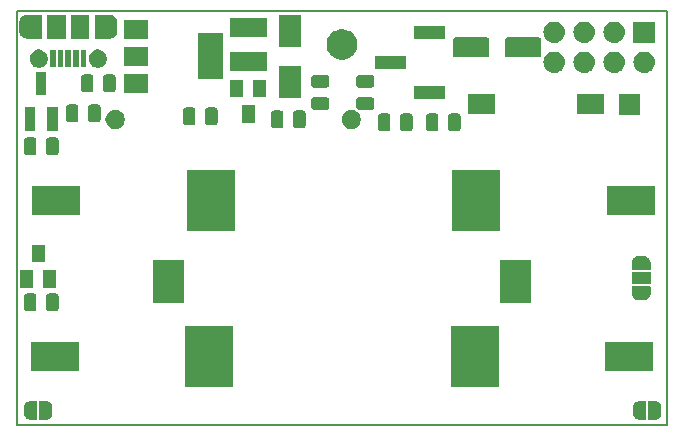
<source format=gbr>
%TF.GenerationSoftware,KiCad,Pcbnew,5.0.2-bee76a0~70~ubuntu18.04.1*%
%TF.CreationDate,2019-10-11T12:06:12+02:00*%
%TF.ProjectId,Mini-BT-Pcb-328P,4d696e69-2d42-4542-9d50-63622d333238,rev?*%
%TF.SameCoordinates,Original*%
%TF.FileFunction,Soldermask,Bot*%
%TF.FilePolarity,Negative*%
%FSLAX46Y46*%
G04 Gerber Fmt 4.6, Leading zero omitted, Abs format (unit mm)*
G04 Created by KiCad (PCBNEW 5.0.2-bee76a0~70~ubuntu18.04.1) date ven 11 ott 2019 12:06:12 CEST*
%MOMM*%
%LPD*%
G01*
G04 APERTURE LIST*
%ADD10C,0.150000*%
G04 APERTURE END LIST*
D10*
X132080000Y-108406000D02*
X132080000Y-73406000D01*
X187080000Y-108406000D02*
X132080000Y-108406000D01*
X187080000Y-73406000D02*
X187080000Y-108406000D01*
X132080000Y-73406000D02*
X187080000Y-73406000D01*
G36*
X134520798Y-106390023D02*
X134524141Y-106390688D01*
X134529045Y-106390929D01*
X134554556Y-106390929D01*
X134569072Y-106392358D01*
X134660383Y-106410521D01*
X134674346Y-106414757D01*
X134760363Y-106450386D01*
X134773231Y-106457264D01*
X134850645Y-106508990D01*
X134861921Y-106518245D01*
X134927755Y-106584079D01*
X134937010Y-106595355D01*
X134988736Y-106672769D01*
X134995614Y-106685637D01*
X135031243Y-106771654D01*
X135035479Y-106785617D01*
X135053642Y-106876928D01*
X135055071Y-106891444D01*
X135055071Y-106916955D01*
X135056032Y-106926710D01*
X135056187Y-106927327D01*
X135057479Y-106940453D01*
X135057479Y-107435547D01*
X135055977Y-107450798D01*
X135055312Y-107454141D01*
X135055071Y-107459045D01*
X135055071Y-107484556D01*
X135053642Y-107499072D01*
X135035479Y-107590383D01*
X135031243Y-107604346D01*
X134995614Y-107690363D01*
X134988736Y-107703231D01*
X134937010Y-107780645D01*
X134927755Y-107791921D01*
X134861921Y-107857755D01*
X134850645Y-107867010D01*
X134773231Y-107918736D01*
X134760363Y-107925614D01*
X134674346Y-107961243D01*
X134660383Y-107965479D01*
X134569072Y-107983642D01*
X134554556Y-107985071D01*
X134529045Y-107985071D01*
X134519290Y-107986032D01*
X134518673Y-107986187D01*
X134505547Y-107987479D01*
X134010453Y-107987479D01*
X133998395Y-107986292D01*
X133989158Y-107983490D01*
X133980644Y-107978939D01*
X133973184Y-107972816D01*
X133967061Y-107965356D01*
X133962510Y-107956842D01*
X133959708Y-107947605D01*
X133958521Y-107935547D01*
X133958521Y-106440453D01*
X133959708Y-106428395D01*
X133962510Y-106419158D01*
X133967061Y-106410644D01*
X133973184Y-106403184D01*
X133980644Y-106397061D01*
X133989158Y-106392510D01*
X133998395Y-106389708D01*
X134010453Y-106388521D01*
X134505547Y-106388521D01*
X134520798Y-106390023D01*
X134520798Y-106390023D01*
G37*
G36*
X185279605Y-106389708D02*
X185288842Y-106392510D01*
X185297356Y-106397061D01*
X185304816Y-106403184D01*
X185310939Y-106410644D01*
X185315490Y-106419158D01*
X185318292Y-106428395D01*
X185319479Y-106440453D01*
X185319479Y-107935547D01*
X185318292Y-107947605D01*
X185315490Y-107956842D01*
X185310939Y-107965356D01*
X185304816Y-107972816D01*
X185297356Y-107978939D01*
X185288842Y-107983490D01*
X185279605Y-107986292D01*
X185267547Y-107987479D01*
X184772453Y-107987479D01*
X184757202Y-107985977D01*
X184753859Y-107985312D01*
X184748955Y-107985071D01*
X184723444Y-107985071D01*
X184708928Y-107983642D01*
X184617617Y-107965479D01*
X184603654Y-107961243D01*
X184517637Y-107925614D01*
X184504769Y-107918736D01*
X184427355Y-107867010D01*
X184416079Y-107857755D01*
X184350245Y-107791921D01*
X184340990Y-107780645D01*
X184289264Y-107703231D01*
X184282386Y-107690363D01*
X184246757Y-107604346D01*
X184242521Y-107590383D01*
X184224358Y-107499072D01*
X184222929Y-107484556D01*
X184222929Y-107459045D01*
X184221968Y-107449290D01*
X184221813Y-107448673D01*
X184220521Y-107435547D01*
X184220521Y-106940453D01*
X184222023Y-106925202D01*
X184222688Y-106921859D01*
X184222929Y-106916955D01*
X184222929Y-106891444D01*
X184224358Y-106876928D01*
X184242521Y-106785617D01*
X184246757Y-106771654D01*
X184282386Y-106685637D01*
X184289264Y-106672769D01*
X184340990Y-106595355D01*
X184350245Y-106584079D01*
X184416079Y-106518245D01*
X184427355Y-106508990D01*
X184504769Y-106457264D01*
X184517637Y-106450386D01*
X184603654Y-106414757D01*
X184617617Y-106410521D01*
X184708928Y-106392358D01*
X184723444Y-106390929D01*
X184748955Y-106390929D01*
X184758710Y-106389968D01*
X184759327Y-106389813D01*
X184772453Y-106388521D01*
X185267547Y-106388521D01*
X185279605Y-106389708D01*
X185279605Y-106389708D01*
G37*
G36*
X186082798Y-106390023D02*
X186086141Y-106390688D01*
X186091045Y-106390929D01*
X186116556Y-106390929D01*
X186131072Y-106392358D01*
X186222383Y-106410521D01*
X186236346Y-106414757D01*
X186322363Y-106450386D01*
X186335231Y-106457264D01*
X186412645Y-106508990D01*
X186423921Y-106518245D01*
X186489755Y-106584079D01*
X186499010Y-106595355D01*
X186550736Y-106672769D01*
X186557614Y-106685637D01*
X186593243Y-106771654D01*
X186597479Y-106785617D01*
X186615642Y-106876928D01*
X186617071Y-106891444D01*
X186617071Y-106916955D01*
X186618032Y-106926710D01*
X186618187Y-106927327D01*
X186619479Y-106940453D01*
X186619479Y-107435547D01*
X186617977Y-107450798D01*
X186617312Y-107454141D01*
X186617071Y-107459045D01*
X186617071Y-107484556D01*
X186615642Y-107499072D01*
X186597479Y-107590383D01*
X186593243Y-107604346D01*
X186557614Y-107690363D01*
X186550736Y-107703231D01*
X186499010Y-107780645D01*
X186489755Y-107791921D01*
X186423921Y-107857755D01*
X186412645Y-107867010D01*
X186335231Y-107918736D01*
X186322363Y-107925614D01*
X186236346Y-107961243D01*
X186222383Y-107965479D01*
X186131072Y-107983642D01*
X186116556Y-107985071D01*
X186091045Y-107985071D01*
X186081290Y-107986032D01*
X186080673Y-107986187D01*
X186067547Y-107987479D01*
X185572453Y-107987479D01*
X185560395Y-107986292D01*
X185551158Y-107983490D01*
X185542644Y-107978939D01*
X185535184Y-107972816D01*
X185529061Y-107965356D01*
X185524510Y-107956842D01*
X185521708Y-107947605D01*
X185520521Y-107935547D01*
X185520521Y-106440453D01*
X185521708Y-106428395D01*
X185524510Y-106419158D01*
X185529061Y-106410644D01*
X185535184Y-106403184D01*
X185542644Y-106397061D01*
X185551158Y-106392510D01*
X185560395Y-106389708D01*
X185572453Y-106388521D01*
X186067547Y-106388521D01*
X186082798Y-106390023D01*
X186082798Y-106390023D01*
G37*
G36*
X133717605Y-106389708D02*
X133726842Y-106392510D01*
X133735356Y-106397061D01*
X133742816Y-106403184D01*
X133748939Y-106410644D01*
X133753490Y-106419158D01*
X133756292Y-106428395D01*
X133757479Y-106440453D01*
X133757479Y-107935547D01*
X133756292Y-107947605D01*
X133753490Y-107956842D01*
X133748939Y-107965356D01*
X133742816Y-107972816D01*
X133735356Y-107978939D01*
X133726842Y-107983490D01*
X133717605Y-107986292D01*
X133705547Y-107987479D01*
X133210453Y-107987479D01*
X133195202Y-107985977D01*
X133191859Y-107985312D01*
X133186955Y-107985071D01*
X133161444Y-107985071D01*
X133146928Y-107983642D01*
X133055617Y-107965479D01*
X133041654Y-107961243D01*
X132955637Y-107925614D01*
X132942769Y-107918736D01*
X132865355Y-107867010D01*
X132854079Y-107857755D01*
X132788245Y-107791921D01*
X132778990Y-107780645D01*
X132727264Y-107703231D01*
X132720386Y-107690363D01*
X132684757Y-107604346D01*
X132680521Y-107590383D01*
X132662358Y-107499072D01*
X132660929Y-107484556D01*
X132660929Y-107459045D01*
X132659968Y-107449290D01*
X132659813Y-107448673D01*
X132658521Y-107435547D01*
X132658521Y-106940453D01*
X132660023Y-106925202D01*
X132660688Y-106921859D01*
X132660929Y-106916955D01*
X132660929Y-106891444D01*
X132662358Y-106876928D01*
X132680521Y-106785617D01*
X132684757Y-106771654D01*
X132720386Y-106685637D01*
X132727264Y-106672769D01*
X132778990Y-106595355D01*
X132788245Y-106584079D01*
X132854079Y-106518245D01*
X132865355Y-106508990D01*
X132942769Y-106457264D01*
X132955637Y-106450386D01*
X133041654Y-106414757D01*
X133055617Y-106410521D01*
X133146928Y-106392358D01*
X133161444Y-106390929D01*
X133186955Y-106390929D01*
X133196710Y-106389968D01*
X133197327Y-106389813D01*
X133210453Y-106388521D01*
X133705547Y-106388521D01*
X133717605Y-106389708D01*
X133717605Y-106389708D01*
G37*
G36*
X150364500Y-105205000D02*
X146306500Y-105205000D01*
X146306500Y-100027000D01*
X150364500Y-100027000D01*
X150364500Y-105205000D01*
X150364500Y-105205000D01*
G37*
G36*
X172845000Y-105205000D02*
X168787000Y-105205000D01*
X168787000Y-100027000D01*
X172845000Y-100027000D01*
X172845000Y-105205000D01*
X172845000Y-105205000D01*
G37*
G36*
X185925000Y-103835000D02*
X181867000Y-103835000D01*
X181867000Y-101397000D01*
X185925000Y-101397000D01*
X185925000Y-103835000D01*
X185925000Y-103835000D01*
G37*
G36*
X137284500Y-103835000D02*
X133226500Y-103835000D01*
X133226500Y-101397000D01*
X137284500Y-101397000D01*
X137284500Y-103835000D01*
X137284500Y-103835000D01*
G37*
G36*
X133515158Y-97299911D02*
X133560745Y-97313739D01*
X133602758Y-97336197D01*
X133639583Y-97366417D01*
X133669803Y-97403242D01*
X133692261Y-97445255D01*
X133706089Y-97490842D01*
X133711000Y-97540704D01*
X133711000Y-98547296D01*
X133706089Y-98597158D01*
X133692261Y-98642745D01*
X133669803Y-98684758D01*
X133639583Y-98721583D01*
X133602758Y-98751803D01*
X133560745Y-98774261D01*
X133515158Y-98788089D01*
X133465296Y-98793000D01*
X132883704Y-98793000D01*
X132833842Y-98788089D01*
X132788255Y-98774261D01*
X132746242Y-98751803D01*
X132709417Y-98721583D01*
X132679197Y-98684758D01*
X132656739Y-98642745D01*
X132642911Y-98597158D01*
X132638000Y-98547296D01*
X132638000Y-97540704D01*
X132642911Y-97490842D01*
X132656739Y-97445255D01*
X132679197Y-97403242D01*
X132709417Y-97366417D01*
X132746242Y-97336197D01*
X132788255Y-97313739D01*
X132833842Y-97299911D01*
X132883704Y-97295000D01*
X133465296Y-97295000D01*
X133515158Y-97299911D01*
X133515158Y-97299911D01*
G37*
G36*
X135390158Y-97299911D02*
X135435745Y-97313739D01*
X135477758Y-97336197D01*
X135514583Y-97366417D01*
X135544803Y-97403242D01*
X135567261Y-97445255D01*
X135581089Y-97490842D01*
X135586000Y-97540704D01*
X135586000Y-98547296D01*
X135581089Y-98597158D01*
X135567261Y-98642745D01*
X135544803Y-98684758D01*
X135514583Y-98721583D01*
X135477758Y-98751803D01*
X135435745Y-98774261D01*
X135390158Y-98788089D01*
X135340296Y-98793000D01*
X134758704Y-98793000D01*
X134708842Y-98788089D01*
X134663255Y-98774261D01*
X134621242Y-98751803D01*
X134584417Y-98721583D01*
X134554197Y-98684758D01*
X134531739Y-98642745D01*
X134517911Y-98597158D01*
X134513000Y-98547296D01*
X134513000Y-97540704D01*
X134517911Y-97490842D01*
X134531739Y-97445255D01*
X134554197Y-97403242D01*
X134584417Y-97366417D01*
X134621242Y-97336197D01*
X134663255Y-97313739D01*
X134708842Y-97299911D01*
X134758704Y-97295000D01*
X135340296Y-97295000D01*
X135390158Y-97299911D01*
X135390158Y-97299911D01*
G37*
G36*
X175579000Y-98070000D02*
X172941000Y-98070000D01*
X172941000Y-94462000D01*
X175579000Y-94462000D01*
X175579000Y-98070000D01*
X175579000Y-98070000D01*
G37*
G36*
X146219000Y-98070000D02*
X143581000Y-98070000D01*
X143581000Y-94462000D01*
X146219000Y-94462000D01*
X146219000Y-98070000D01*
X146219000Y-98070000D01*
G37*
G36*
X185671605Y-96683708D02*
X185680842Y-96686510D01*
X185689356Y-96691061D01*
X185696816Y-96697184D01*
X185702939Y-96704644D01*
X185707490Y-96713158D01*
X185710292Y-96722395D01*
X185711479Y-96734453D01*
X185711479Y-97279547D01*
X185709977Y-97294798D01*
X185709312Y-97298141D01*
X185709071Y-97303045D01*
X185709071Y-97328556D01*
X185707642Y-97343072D01*
X185689479Y-97434383D01*
X185685243Y-97448346D01*
X185649614Y-97534363D01*
X185642736Y-97547231D01*
X185591010Y-97624645D01*
X185581755Y-97635921D01*
X185515921Y-97701755D01*
X185504645Y-97711010D01*
X185427231Y-97762736D01*
X185414363Y-97769614D01*
X185328346Y-97805243D01*
X185314383Y-97809479D01*
X185223072Y-97827642D01*
X185208556Y-97829071D01*
X185183045Y-97829071D01*
X185173290Y-97830032D01*
X185172673Y-97830187D01*
X185159547Y-97831479D01*
X184664453Y-97831479D01*
X184649202Y-97829977D01*
X184645859Y-97829312D01*
X184640955Y-97829071D01*
X184615444Y-97829071D01*
X184600928Y-97827642D01*
X184509617Y-97809479D01*
X184495654Y-97805243D01*
X184409637Y-97769614D01*
X184396769Y-97762736D01*
X184319355Y-97711010D01*
X184308079Y-97701755D01*
X184242245Y-97635921D01*
X184232990Y-97624645D01*
X184181264Y-97547231D01*
X184174386Y-97534363D01*
X184138757Y-97448346D01*
X184134521Y-97434383D01*
X184116358Y-97343072D01*
X184114929Y-97328556D01*
X184114929Y-97303045D01*
X184113968Y-97293290D01*
X184113813Y-97292673D01*
X184112521Y-97279547D01*
X184112521Y-96734453D01*
X184113708Y-96722395D01*
X184116510Y-96713158D01*
X184121061Y-96704644D01*
X184127184Y-96697184D01*
X184134644Y-96691061D01*
X184143158Y-96686510D01*
X184152395Y-96683708D01*
X184164453Y-96682521D01*
X185659547Y-96682521D01*
X185671605Y-96683708D01*
X185671605Y-96683708D01*
G37*
G36*
X135357000Y-96845000D02*
X134259000Y-96845000D01*
X134259000Y-95347000D01*
X135357000Y-95347000D01*
X135357000Y-96845000D01*
X135357000Y-96845000D01*
G37*
G36*
X133457000Y-96845000D02*
X132359000Y-96845000D01*
X132359000Y-95347000D01*
X133457000Y-95347000D01*
X133457000Y-96845000D01*
X133457000Y-96845000D01*
G37*
G36*
X185711000Y-96531000D02*
X184113000Y-96531000D01*
X184113000Y-95433000D01*
X185711000Y-95433000D01*
X185711000Y-96531000D01*
X185711000Y-96531000D01*
G37*
G36*
X185174798Y-94134023D02*
X185178141Y-94134688D01*
X185183045Y-94134929D01*
X185208556Y-94134929D01*
X185223072Y-94136358D01*
X185314383Y-94154521D01*
X185328346Y-94158757D01*
X185414363Y-94194386D01*
X185427231Y-94201264D01*
X185504645Y-94252990D01*
X185515921Y-94262245D01*
X185581755Y-94328079D01*
X185591010Y-94339355D01*
X185642736Y-94416769D01*
X185649614Y-94429637D01*
X185685243Y-94515654D01*
X185689479Y-94529617D01*
X185707642Y-94620928D01*
X185709071Y-94635444D01*
X185709071Y-94660955D01*
X185710032Y-94670710D01*
X185710187Y-94671327D01*
X185711479Y-94684453D01*
X185711479Y-95229547D01*
X185710292Y-95241605D01*
X185707490Y-95250842D01*
X185702939Y-95259356D01*
X185696816Y-95266816D01*
X185689356Y-95272939D01*
X185680842Y-95277490D01*
X185671605Y-95280292D01*
X185659547Y-95281479D01*
X184164453Y-95281479D01*
X184152395Y-95280292D01*
X184143158Y-95277490D01*
X184134644Y-95272939D01*
X184127184Y-95266816D01*
X184121061Y-95259356D01*
X184116510Y-95250842D01*
X184113708Y-95241605D01*
X184112521Y-95229547D01*
X184112521Y-94684453D01*
X184114023Y-94669202D01*
X184114688Y-94665859D01*
X184114929Y-94660955D01*
X184114929Y-94635444D01*
X184116358Y-94620928D01*
X184134521Y-94529617D01*
X184138757Y-94515654D01*
X184174386Y-94429637D01*
X184181264Y-94416769D01*
X184232990Y-94339355D01*
X184242245Y-94328079D01*
X184308079Y-94262245D01*
X184319355Y-94252990D01*
X184396769Y-94201264D01*
X184409637Y-94194386D01*
X184495654Y-94158757D01*
X184509617Y-94154521D01*
X184600928Y-94136358D01*
X184615444Y-94134929D01*
X184640955Y-94134929D01*
X184650710Y-94133968D01*
X184651327Y-94133813D01*
X184664453Y-94132521D01*
X185159547Y-94132521D01*
X185174798Y-94134023D01*
X185174798Y-94134023D01*
G37*
G36*
X134407000Y-94645000D02*
X133309000Y-94645000D01*
X133309000Y-93147000D01*
X134407000Y-93147000D01*
X134407000Y-94645000D01*
X134407000Y-94645000D01*
G37*
G36*
X172971500Y-91997000D02*
X168913500Y-91997000D01*
X168913500Y-86819000D01*
X172971500Y-86819000D01*
X172971500Y-91997000D01*
X172971500Y-91997000D01*
G37*
G36*
X150491000Y-91997000D02*
X146433000Y-91997000D01*
X146433000Y-86819000D01*
X150491000Y-86819000D01*
X150491000Y-91997000D01*
X150491000Y-91997000D01*
G37*
G36*
X137411000Y-90627000D02*
X133353000Y-90627000D01*
X133353000Y-88189000D01*
X137411000Y-88189000D01*
X137411000Y-90627000D01*
X137411000Y-90627000D01*
G37*
G36*
X186051500Y-90627000D02*
X181993500Y-90627000D01*
X181993500Y-88189000D01*
X186051500Y-88189000D01*
X186051500Y-90627000D01*
X186051500Y-90627000D01*
G37*
G36*
X135390158Y-84091911D02*
X135435745Y-84105739D01*
X135477758Y-84128197D01*
X135514583Y-84158417D01*
X135544803Y-84195242D01*
X135567261Y-84237255D01*
X135581089Y-84282842D01*
X135586000Y-84332704D01*
X135586000Y-85339296D01*
X135581089Y-85389158D01*
X135567261Y-85434745D01*
X135544803Y-85476758D01*
X135514583Y-85513583D01*
X135477758Y-85543803D01*
X135435745Y-85566261D01*
X135390158Y-85580089D01*
X135340296Y-85585000D01*
X134758704Y-85585000D01*
X134708842Y-85580089D01*
X134663255Y-85566261D01*
X134621242Y-85543803D01*
X134584417Y-85513583D01*
X134554197Y-85476758D01*
X134531739Y-85434745D01*
X134517911Y-85389158D01*
X134513000Y-85339296D01*
X134513000Y-84332704D01*
X134517911Y-84282842D01*
X134531739Y-84237255D01*
X134554197Y-84195242D01*
X134584417Y-84158417D01*
X134621242Y-84128197D01*
X134663255Y-84105739D01*
X134708842Y-84091911D01*
X134758704Y-84087000D01*
X135340296Y-84087000D01*
X135390158Y-84091911D01*
X135390158Y-84091911D01*
G37*
G36*
X133515158Y-84091911D02*
X133560745Y-84105739D01*
X133602758Y-84128197D01*
X133639583Y-84158417D01*
X133669803Y-84195242D01*
X133692261Y-84237255D01*
X133706089Y-84282842D01*
X133711000Y-84332704D01*
X133711000Y-85339296D01*
X133706089Y-85389158D01*
X133692261Y-85434745D01*
X133669803Y-85476758D01*
X133639583Y-85513583D01*
X133602758Y-85543803D01*
X133560745Y-85566261D01*
X133515158Y-85580089D01*
X133465296Y-85585000D01*
X132883704Y-85585000D01*
X132833842Y-85580089D01*
X132788255Y-85566261D01*
X132746242Y-85543803D01*
X132709417Y-85513583D01*
X132679197Y-85476758D01*
X132656739Y-85434745D01*
X132642911Y-85389158D01*
X132638000Y-85339296D01*
X132638000Y-84332704D01*
X132642911Y-84282842D01*
X132656739Y-84237255D01*
X132679197Y-84195242D01*
X132709417Y-84158417D01*
X132746242Y-84128197D01*
X132788255Y-84105739D01*
X132833842Y-84091911D01*
X132883704Y-84087000D01*
X133465296Y-84087000D01*
X133515158Y-84091911D01*
X133515158Y-84091911D01*
G37*
G36*
X167551158Y-82059911D02*
X167596745Y-82073739D01*
X167638758Y-82096197D01*
X167675583Y-82126417D01*
X167705803Y-82163242D01*
X167728261Y-82205255D01*
X167742089Y-82250842D01*
X167747000Y-82300704D01*
X167747000Y-83307296D01*
X167742089Y-83357158D01*
X167728261Y-83402745D01*
X167705803Y-83444758D01*
X167675583Y-83481583D01*
X167638758Y-83511803D01*
X167596745Y-83534261D01*
X167551158Y-83548089D01*
X167501296Y-83553000D01*
X166919704Y-83553000D01*
X166869842Y-83548089D01*
X166824255Y-83534261D01*
X166782242Y-83511803D01*
X166745417Y-83481583D01*
X166715197Y-83444758D01*
X166692739Y-83402745D01*
X166678911Y-83357158D01*
X166674000Y-83307296D01*
X166674000Y-82300704D01*
X166678911Y-82250842D01*
X166692739Y-82205255D01*
X166715197Y-82163242D01*
X166745417Y-82126417D01*
X166782242Y-82096197D01*
X166824255Y-82073739D01*
X166869842Y-82059911D01*
X166919704Y-82055000D01*
X167501296Y-82055000D01*
X167551158Y-82059911D01*
X167551158Y-82059911D01*
G37*
G36*
X169426158Y-82059911D02*
X169471745Y-82073739D01*
X169513758Y-82096197D01*
X169550583Y-82126417D01*
X169580803Y-82163242D01*
X169603261Y-82205255D01*
X169617089Y-82250842D01*
X169622000Y-82300704D01*
X169622000Y-83307296D01*
X169617089Y-83357158D01*
X169603261Y-83402745D01*
X169580803Y-83444758D01*
X169550583Y-83481583D01*
X169513758Y-83511803D01*
X169471745Y-83534261D01*
X169426158Y-83548089D01*
X169376296Y-83553000D01*
X168794704Y-83553000D01*
X168744842Y-83548089D01*
X168699255Y-83534261D01*
X168657242Y-83511803D01*
X168620417Y-83481583D01*
X168590197Y-83444758D01*
X168567739Y-83402745D01*
X168553911Y-83357158D01*
X168549000Y-83307296D01*
X168549000Y-82300704D01*
X168553911Y-82250842D01*
X168567739Y-82205255D01*
X168590197Y-82163242D01*
X168620417Y-82126417D01*
X168657242Y-82096197D01*
X168699255Y-82073739D01*
X168744842Y-82059911D01*
X168794704Y-82055000D01*
X169376296Y-82055000D01*
X169426158Y-82059911D01*
X169426158Y-82059911D01*
G37*
G36*
X163487158Y-82059911D02*
X163532745Y-82073739D01*
X163574758Y-82096197D01*
X163611583Y-82126417D01*
X163641803Y-82163242D01*
X163664261Y-82205255D01*
X163678089Y-82250842D01*
X163683000Y-82300704D01*
X163683000Y-83307296D01*
X163678089Y-83357158D01*
X163664261Y-83402745D01*
X163641803Y-83444758D01*
X163611583Y-83481583D01*
X163574758Y-83511803D01*
X163532745Y-83534261D01*
X163487158Y-83548089D01*
X163437296Y-83553000D01*
X162855704Y-83553000D01*
X162805842Y-83548089D01*
X162760255Y-83534261D01*
X162718242Y-83511803D01*
X162681417Y-83481583D01*
X162651197Y-83444758D01*
X162628739Y-83402745D01*
X162614911Y-83357158D01*
X162610000Y-83307296D01*
X162610000Y-82300704D01*
X162614911Y-82250842D01*
X162628739Y-82205255D01*
X162651197Y-82163242D01*
X162681417Y-82126417D01*
X162718242Y-82096197D01*
X162760255Y-82073739D01*
X162805842Y-82059911D01*
X162855704Y-82055000D01*
X163437296Y-82055000D01*
X163487158Y-82059911D01*
X163487158Y-82059911D01*
G37*
G36*
X165362158Y-82059911D02*
X165407745Y-82073739D01*
X165449758Y-82096197D01*
X165486583Y-82126417D01*
X165516803Y-82163242D01*
X165539261Y-82205255D01*
X165553089Y-82250842D01*
X165558000Y-82300704D01*
X165558000Y-83307296D01*
X165553089Y-83357158D01*
X165539261Y-83402745D01*
X165516803Y-83444758D01*
X165486583Y-83481583D01*
X165449758Y-83511803D01*
X165407745Y-83534261D01*
X165362158Y-83548089D01*
X165312296Y-83553000D01*
X164730704Y-83553000D01*
X164680842Y-83548089D01*
X164635255Y-83534261D01*
X164593242Y-83511803D01*
X164556417Y-83481583D01*
X164526197Y-83444758D01*
X164503739Y-83402745D01*
X164489911Y-83357158D01*
X164485000Y-83307296D01*
X164485000Y-82300704D01*
X164489911Y-82250842D01*
X164503739Y-82205255D01*
X164526197Y-82163242D01*
X164556417Y-82126417D01*
X164593242Y-82096197D01*
X164635255Y-82073739D01*
X164680842Y-82059911D01*
X164730704Y-82055000D01*
X165312296Y-82055000D01*
X165362158Y-82059911D01*
X165362158Y-82059911D01*
G37*
G36*
X135511000Y-83525000D02*
X134613000Y-83525000D01*
X134613000Y-81527000D01*
X135511000Y-81527000D01*
X135511000Y-83525000D01*
X135511000Y-83525000D01*
G37*
G36*
X133611000Y-83525000D02*
X132713000Y-83525000D01*
X132713000Y-81527000D01*
X133611000Y-81527000D01*
X133611000Y-83525000D01*
X133611000Y-83525000D01*
G37*
G36*
X160604560Y-81770166D02*
X160752153Y-81831301D01*
X160868799Y-81909242D01*
X160884985Y-81920057D01*
X160997943Y-82033015D01*
X160997945Y-82033018D01*
X161086699Y-82165847D01*
X161147834Y-82313440D01*
X161179000Y-82470123D01*
X161179000Y-82629877D01*
X161147834Y-82786560D01*
X161086699Y-82934153D01*
X161016077Y-83039846D01*
X160997943Y-83066985D01*
X160884985Y-83179943D01*
X160884982Y-83179945D01*
X160752153Y-83268699D01*
X160604560Y-83329834D01*
X160447877Y-83361000D01*
X160288123Y-83361000D01*
X160131440Y-83329834D01*
X159983847Y-83268699D01*
X159851018Y-83179945D01*
X159851015Y-83179943D01*
X159738057Y-83066985D01*
X159719923Y-83039846D01*
X159649301Y-82934153D01*
X159588166Y-82786560D01*
X159557000Y-82629877D01*
X159557000Y-82470123D01*
X159588166Y-82313440D01*
X159649301Y-82165847D01*
X159738055Y-82033018D01*
X159738057Y-82033015D01*
X159851015Y-81920057D01*
X159867201Y-81909242D01*
X159983847Y-81831301D01*
X160131440Y-81770166D01*
X160288123Y-81739000D01*
X160447877Y-81739000D01*
X160604560Y-81770166D01*
X160604560Y-81770166D01*
G37*
G36*
X140604560Y-81770166D02*
X140752153Y-81831301D01*
X140868799Y-81909242D01*
X140884985Y-81920057D01*
X140997943Y-82033015D01*
X140997945Y-82033018D01*
X141086699Y-82165847D01*
X141147834Y-82313440D01*
X141179000Y-82470123D01*
X141179000Y-82629877D01*
X141147834Y-82786560D01*
X141086699Y-82934153D01*
X141016077Y-83039846D01*
X140997943Y-83066985D01*
X140884985Y-83179943D01*
X140884982Y-83179945D01*
X140752153Y-83268699D01*
X140604560Y-83329834D01*
X140447877Y-83361000D01*
X140288123Y-83361000D01*
X140131440Y-83329834D01*
X139983847Y-83268699D01*
X139851018Y-83179945D01*
X139851015Y-83179943D01*
X139738057Y-83066985D01*
X139719923Y-83039846D01*
X139649301Y-82934153D01*
X139588166Y-82786560D01*
X139557000Y-82629877D01*
X139557000Y-82470123D01*
X139588166Y-82313440D01*
X139649301Y-82165847D01*
X139738055Y-82033018D01*
X139738057Y-82033015D01*
X139851015Y-81920057D01*
X139867201Y-81909242D01*
X139983847Y-81831301D01*
X140131440Y-81770166D01*
X140288123Y-81739000D01*
X140447877Y-81739000D01*
X140604560Y-81770166D01*
X140604560Y-81770166D01*
G37*
G36*
X154421658Y-81805911D02*
X154467245Y-81819739D01*
X154509258Y-81842197D01*
X154546083Y-81872417D01*
X154576303Y-81909242D01*
X154598761Y-81951255D01*
X154612589Y-81996842D01*
X154617500Y-82046704D01*
X154617500Y-83053296D01*
X154612589Y-83103158D01*
X154598761Y-83148745D01*
X154576303Y-83190758D01*
X154546083Y-83227583D01*
X154509258Y-83257803D01*
X154467245Y-83280261D01*
X154421658Y-83294089D01*
X154371796Y-83299000D01*
X153790204Y-83299000D01*
X153740342Y-83294089D01*
X153694755Y-83280261D01*
X153652742Y-83257803D01*
X153615917Y-83227583D01*
X153585697Y-83190758D01*
X153563239Y-83148745D01*
X153549411Y-83103158D01*
X153544500Y-83053296D01*
X153544500Y-82046704D01*
X153549411Y-81996842D01*
X153563239Y-81951255D01*
X153585697Y-81909242D01*
X153615917Y-81872417D01*
X153652742Y-81842197D01*
X153694755Y-81819739D01*
X153740342Y-81805911D01*
X153790204Y-81801000D01*
X154371796Y-81801000D01*
X154421658Y-81805911D01*
X154421658Y-81805911D01*
G37*
G36*
X156296658Y-81805911D02*
X156342245Y-81819739D01*
X156384258Y-81842197D01*
X156421083Y-81872417D01*
X156451303Y-81909242D01*
X156473761Y-81951255D01*
X156487589Y-81996842D01*
X156492500Y-82046704D01*
X156492500Y-83053296D01*
X156487589Y-83103158D01*
X156473761Y-83148745D01*
X156451303Y-83190758D01*
X156421083Y-83227583D01*
X156384258Y-83257803D01*
X156342245Y-83280261D01*
X156296658Y-83294089D01*
X156246796Y-83299000D01*
X155665204Y-83299000D01*
X155615342Y-83294089D01*
X155569755Y-83280261D01*
X155527742Y-83257803D01*
X155490917Y-83227583D01*
X155460697Y-83190758D01*
X155438239Y-83148745D01*
X155424411Y-83103158D01*
X155419500Y-83053296D01*
X155419500Y-82046704D01*
X155424411Y-81996842D01*
X155438239Y-81951255D01*
X155460697Y-81909242D01*
X155490917Y-81872417D01*
X155527742Y-81842197D01*
X155569755Y-81819739D01*
X155615342Y-81805911D01*
X155665204Y-81801000D01*
X156246796Y-81801000D01*
X156296658Y-81805911D01*
X156296658Y-81805911D01*
G37*
G36*
X146977158Y-81551911D02*
X147022745Y-81565739D01*
X147064758Y-81588197D01*
X147101583Y-81618417D01*
X147131803Y-81655242D01*
X147154261Y-81697255D01*
X147168089Y-81742842D01*
X147173000Y-81792704D01*
X147173000Y-82799296D01*
X147168089Y-82849158D01*
X147154261Y-82894745D01*
X147131803Y-82936758D01*
X147101583Y-82973583D01*
X147064758Y-83003803D01*
X147022745Y-83026261D01*
X146977158Y-83040089D01*
X146927296Y-83045000D01*
X146345704Y-83045000D01*
X146295842Y-83040089D01*
X146250255Y-83026261D01*
X146208242Y-83003803D01*
X146171417Y-82973583D01*
X146141197Y-82936758D01*
X146118739Y-82894745D01*
X146104911Y-82849158D01*
X146100000Y-82799296D01*
X146100000Y-81792704D01*
X146104911Y-81742842D01*
X146118739Y-81697255D01*
X146141197Y-81655242D01*
X146171417Y-81618417D01*
X146208242Y-81588197D01*
X146250255Y-81565739D01*
X146295842Y-81551911D01*
X146345704Y-81547000D01*
X146927296Y-81547000D01*
X146977158Y-81551911D01*
X146977158Y-81551911D01*
G37*
G36*
X148852158Y-81551911D02*
X148897745Y-81565739D01*
X148939758Y-81588197D01*
X148976583Y-81618417D01*
X149006803Y-81655242D01*
X149029261Y-81697255D01*
X149043089Y-81742842D01*
X149048000Y-81792704D01*
X149048000Y-82799296D01*
X149043089Y-82849158D01*
X149029261Y-82894745D01*
X149006803Y-82936758D01*
X148976583Y-82973583D01*
X148939758Y-83003803D01*
X148897745Y-83026261D01*
X148852158Y-83040089D01*
X148802296Y-83045000D01*
X148220704Y-83045000D01*
X148170842Y-83040089D01*
X148125255Y-83026261D01*
X148083242Y-83003803D01*
X148046417Y-82973583D01*
X148016197Y-82936758D01*
X147993739Y-82894745D01*
X147979911Y-82849158D01*
X147975000Y-82799296D01*
X147975000Y-81792704D01*
X147979911Y-81742842D01*
X147993739Y-81697255D01*
X148016197Y-81655242D01*
X148046417Y-81618417D01*
X148083242Y-81588197D01*
X148125255Y-81565739D01*
X148170842Y-81551911D01*
X148220704Y-81547000D01*
X148802296Y-81547000D01*
X148852158Y-81551911D01*
X148852158Y-81551911D01*
G37*
G36*
X152187000Y-82875000D02*
X151089000Y-82875000D01*
X151089000Y-81377000D01*
X152187000Y-81377000D01*
X152187000Y-82875000D01*
X152187000Y-82875000D01*
G37*
G36*
X137071158Y-81297911D02*
X137116745Y-81311739D01*
X137158758Y-81334197D01*
X137195583Y-81364417D01*
X137225803Y-81401242D01*
X137248261Y-81443255D01*
X137262089Y-81488842D01*
X137267000Y-81538704D01*
X137267000Y-82545296D01*
X137262089Y-82595158D01*
X137248261Y-82640745D01*
X137225803Y-82682758D01*
X137195583Y-82719583D01*
X137158758Y-82749803D01*
X137116745Y-82772261D01*
X137071158Y-82786089D01*
X137021296Y-82791000D01*
X136439704Y-82791000D01*
X136389842Y-82786089D01*
X136344255Y-82772261D01*
X136302242Y-82749803D01*
X136265417Y-82719583D01*
X136235197Y-82682758D01*
X136212739Y-82640745D01*
X136198911Y-82595158D01*
X136194000Y-82545296D01*
X136194000Y-81538704D01*
X136198911Y-81488842D01*
X136212739Y-81443255D01*
X136235197Y-81401242D01*
X136265417Y-81364417D01*
X136302242Y-81334197D01*
X136344255Y-81311739D01*
X136389842Y-81297911D01*
X136439704Y-81293000D01*
X137021296Y-81293000D01*
X137071158Y-81297911D01*
X137071158Y-81297911D01*
G37*
G36*
X138946158Y-81297911D02*
X138991745Y-81311739D01*
X139033758Y-81334197D01*
X139070583Y-81364417D01*
X139100803Y-81401242D01*
X139123261Y-81443255D01*
X139137089Y-81488842D01*
X139142000Y-81538704D01*
X139142000Y-82545296D01*
X139137089Y-82595158D01*
X139123261Y-82640745D01*
X139100803Y-82682758D01*
X139070583Y-82719583D01*
X139033758Y-82749803D01*
X138991745Y-82772261D01*
X138946158Y-82786089D01*
X138896296Y-82791000D01*
X138314704Y-82791000D01*
X138264842Y-82786089D01*
X138219255Y-82772261D01*
X138177242Y-82749803D01*
X138140417Y-82719583D01*
X138110197Y-82682758D01*
X138087739Y-82640745D01*
X138073911Y-82595158D01*
X138069000Y-82545296D01*
X138069000Y-81538704D01*
X138073911Y-81488842D01*
X138087739Y-81443255D01*
X138110197Y-81401242D01*
X138140417Y-81364417D01*
X138177242Y-81334197D01*
X138219255Y-81311739D01*
X138264842Y-81297911D01*
X138314704Y-81293000D01*
X138896296Y-81293000D01*
X138946158Y-81297911D01*
X138946158Y-81297911D01*
G37*
G36*
X184795000Y-82179000D02*
X182997000Y-82179000D01*
X182997000Y-80381000D01*
X184795000Y-80381000D01*
X184795000Y-82179000D01*
X184795000Y-82179000D01*
G37*
G36*
X172561000Y-82129000D02*
X170283000Y-82129000D01*
X170283000Y-80431000D01*
X172561000Y-80431000D01*
X172561000Y-82129000D01*
X172561000Y-82129000D01*
G37*
G36*
X181761000Y-82129000D02*
X179483000Y-82129000D01*
X179483000Y-80431000D01*
X181761000Y-80431000D01*
X181761000Y-82129000D01*
X181761000Y-82129000D01*
G37*
G36*
X162097158Y-80669911D02*
X162142745Y-80683739D01*
X162184758Y-80706197D01*
X162221583Y-80736417D01*
X162251803Y-80773242D01*
X162274261Y-80815255D01*
X162288089Y-80860842D01*
X162293000Y-80910704D01*
X162293000Y-81492296D01*
X162288089Y-81542158D01*
X162274261Y-81587745D01*
X162251803Y-81629758D01*
X162221583Y-81666583D01*
X162184758Y-81696803D01*
X162142745Y-81719261D01*
X162097158Y-81733089D01*
X162047296Y-81738000D01*
X161040704Y-81738000D01*
X160990842Y-81733089D01*
X160945255Y-81719261D01*
X160903242Y-81696803D01*
X160866417Y-81666583D01*
X160836197Y-81629758D01*
X160813739Y-81587745D01*
X160799911Y-81542158D01*
X160795000Y-81492296D01*
X160795000Y-80910704D01*
X160799911Y-80860842D01*
X160813739Y-80815255D01*
X160836197Y-80773242D01*
X160866417Y-80736417D01*
X160903242Y-80706197D01*
X160945255Y-80683739D01*
X160990842Y-80669911D01*
X161040704Y-80665000D01*
X162047296Y-80665000D01*
X162097158Y-80669911D01*
X162097158Y-80669911D01*
G37*
G36*
X158287158Y-80669911D02*
X158332745Y-80683739D01*
X158374758Y-80706197D01*
X158411583Y-80736417D01*
X158441803Y-80773242D01*
X158464261Y-80815255D01*
X158478089Y-80860842D01*
X158483000Y-80910704D01*
X158483000Y-81492296D01*
X158478089Y-81542158D01*
X158464261Y-81587745D01*
X158441803Y-81629758D01*
X158411583Y-81666583D01*
X158374758Y-81696803D01*
X158332745Y-81719261D01*
X158287158Y-81733089D01*
X158237296Y-81738000D01*
X157230704Y-81738000D01*
X157180842Y-81733089D01*
X157135255Y-81719261D01*
X157093242Y-81696803D01*
X157056417Y-81666583D01*
X157026197Y-81629758D01*
X157003739Y-81587745D01*
X156989911Y-81542158D01*
X156985000Y-81492296D01*
X156985000Y-80910704D01*
X156989911Y-80860842D01*
X157003739Y-80815255D01*
X157026197Y-80773242D01*
X157056417Y-80736417D01*
X157093242Y-80706197D01*
X157135255Y-80683739D01*
X157180842Y-80669911D01*
X157230704Y-80665000D01*
X158237296Y-80665000D01*
X158287158Y-80669911D01*
X158287158Y-80669911D01*
G37*
G36*
X168313000Y-80813000D02*
X165705000Y-80813000D01*
X165705000Y-79715000D01*
X168313000Y-79715000D01*
X168313000Y-80813000D01*
X168313000Y-80813000D01*
G37*
G36*
X156118000Y-80740000D02*
X154270000Y-80740000D01*
X154270000Y-77992000D01*
X156118000Y-77992000D01*
X156118000Y-80740000D01*
X156118000Y-80740000D01*
G37*
G36*
X151237000Y-80675000D02*
X150139000Y-80675000D01*
X150139000Y-79177000D01*
X151237000Y-79177000D01*
X151237000Y-80675000D01*
X151237000Y-80675000D01*
G37*
G36*
X153137000Y-80675000D02*
X152039000Y-80675000D01*
X152039000Y-79177000D01*
X153137000Y-79177000D01*
X153137000Y-80675000D01*
X153137000Y-80675000D01*
G37*
G36*
X134561000Y-80525000D02*
X133663000Y-80525000D01*
X133663000Y-78527000D01*
X134561000Y-78527000D01*
X134561000Y-80525000D01*
X134561000Y-80525000D01*
G37*
G36*
X143187000Y-80315000D02*
X141089000Y-80315000D01*
X141089000Y-78717000D01*
X143187000Y-78717000D01*
X143187000Y-80315000D01*
X143187000Y-80315000D01*
G37*
G36*
X140216158Y-78757911D02*
X140261745Y-78771739D01*
X140303758Y-78794197D01*
X140340583Y-78824417D01*
X140370803Y-78861242D01*
X140393261Y-78903255D01*
X140407089Y-78948842D01*
X140412000Y-78998704D01*
X140412000Y-80005296D01*
X140407089Y-80055158D01*
X140393261Y-80100745D01*
X140370803Y-80142758D01*
X140340583Y-80179583D01*
X140303758Y-80209803D01*
X140261745Y-80232261D01*
X140216158Y-80246089D01*
X140166296Y-80251000D01*
X139584704Y-80251000D01*
X139534842Y-80246089D01*
X139489255Y-80232261D01*
X139447242Y-80209803D01*
X139410417Y-80179583D01*
X139380197Y-80142758D01*
X139357739Y-80100745D01*
X139343911Y-80055158D01*
X139339000Y-80005296D01*
X139339000Y-78998704D01*
X139343911Y-78948842D01*
X139357739Y-78903255D01*
X139380197Y-78861242D01*
X139410417Y-78824417D01*
X139447242Y-78794197D01*
X139489255Y-78771739D01*
X139534842Y-78757911D01*
X139584704Y-78753000D01*
X140166296Y-78753000D01*
X140216158Y-78757911D01*
X140216158Y-78757911D01*
G37*
G36*
X138341158Y-78757911D02*
X138386745Y-78771739D01*
X138428758Y-78794197D01*
X138465583Y-78824417D01*
X138495803Y-78861242D01*
X138518261Y-78903255D01*
X138532089Y-78948842D01*
X138537000Y-78998704D01*
X138537000Y-80005296D01*
X138532089Y-80055158D01*
X138518261Y-80100745D01*
X138495803Y-80142758D01*
X138465583Y-80179583D01*
X138428758Y-80209803D01*
X138386745Y-80232261D01*
X138341158Y-80246089D01*
X138291296Y-80251000D01*
X137709704Y-80251000D01*
X137659842Y-80246089D01*
X137614255Y-80232261D01*
X137572242Y-80209803D01*
X137535417Y-80179583D01*
X137505197Y-80142758D01*
X137482739Y-80100745D01*
X137468911Y-80055158D01*
X137464000Y-80005296D01*
X137464000Y-78998704D01*
X137468911Y-78948842D01*
X137482739Y-78903255D01*
X137505197Y-78861242D01*
X137535417Y-78824417D01*
X137572242Y-78794197D01*
X137614255Y-78771739D01*
X137659842Y-78757911D01*
X137709704Y-78753000D01*
X138291296Y-78753000D01*
X138341158Y-78757911D01*
X138341158Y-78757911D01*
G37*
G36*
X162097158Y-78794911D02*
X162142745Y-78808739D01*
X162184758Y-78831197D01*
X162221583Y-78861417D01*
X162251803Y-78898242D01*
X162274261Y-78940255D01*
X162288089Y-78985842D01*
X162293000Y-79035704D01*
X162293000Y-79617296D01*
X162288089Y-79667158D01*
X162274261Y-79712745D01*
X162251803Y-79754758D01*
X162221583Y-79791583D01*
X162184758Y-79821803D01*
X162142745Y-79844261D01*
X162097158Y-79858089D01*
X162047296Y-79863000D01*
X161040704Y-79863000D01*
X160990842Y-79858089D01*
X160945255Y-79844261D01*
X160903242Y-79821803D01*
X160866417Y-79791583D01*
X160836197Y-79754758D01*
X160813739Y-79712745D01*
X160799911Y-79667158D01*
X160795000Y-79617296D01*
X160795000Y-79035704D01*
X160799911Y-78985842D01*
X160813739Y-78940255D01*
X160836197Y-78898242D01*
X160866417Y-78861417D01*
X160903242Y-78831197D01*
X160945255Y-78808739D01*
X160990842Y-78794911D01*
X161040704Y-78790000D01*
X162047296Y-78790000D01*
X162097158Y-78794911D01*
X162097158Y-78794911D01*
G37*
G36*
X158287158Y-78794911D02*
X158332745Y-78808739D01*
X158374758Y-78831197D01*
X158411583Y-78861417D01*
X158441803Y-78898242D01*
X158464261Y-78940255D01*
X158478089Y-78985842D01*
X158483000Y-79035704D01*
X158483000Y-79617296D01*
X158478089Y-79667158D01*
X158464261Y-79712745D01*
X158441803Y-79754758D01*
X158411583Y-79791583D01*
X158374758Y-79821803D01*
X158332745Y-79844261D01*
X158287158Y-79858089D01*
X158237296Y-79863000D01*
X157230704Y-79863000D01*
X157180842Y-79858089D01*
X157135255Y-79844261D01*
X157093242Y-79821803D01*
X157056417Y-79791583D01*
X157026197Y-79754758D01*
X157003739Y-79712745D01*
X156989911Y-79667158D01*
X156985000Y-79617296D01*
X156985000Y-79035704D01*
X156989911Y-78985842D01*
X157003739Y-78940255D01*
X157026197Y-78898242D01*
X157056417Y-78861417D01*
X157093242Y-78831197D01*
X157135255Y-78808739D01*
X157180842Y-78794911D01*
X157230704Y-78790000D01*
X158237296Y-78790000D01*
X158287158Y-78794911D01*
X158287158Y-78794911D01*
G37*
G36*
X149487000Y-79165000D02*
X147389000Y-79165000D01*
X147389000Y-75267000D01*
X149487000Y-75267000D01*
X149487000Y-79165000D01*
X149487000Y-79165000D01*
G37*
G36*
X185250486Y-76815306D02*
X185344901Y-76824605D01*
X185384939Y-76836750D01*
X185516926Y-76876788D01*
X185675464Y-76961528D01*
X185675466Y-76961530D01*
X185814428Y-77075572D01*
X185902372Y-77182733D01*
X185928472Y-77214536D01*
X186013212Y-77373074D01*
X186065395Y-77545100D01*
X186083015Y-77724000D01*
X186065395Y-77902900D01*
X186013212Y-78074926D01*
X185928472Y-78233464D01*
X185928470Y-78233466D01*
X185814428Y-78372428D01*
X185715031Y-78454000D01*
X185675464Y-78486472D01*
X185516926Y-78571212D01*
X185384939Y-78611250D01*
X185344901Y-78623395D01*
X185277864Y-78629997D01*
X185210828Y-78636600D01*
X185121172Y-78636600D01*
X185054136Y-78629997D01*
X184987099Y-78623395D01*
X184947061Y-78611250D01*
X184815074Y-78571212D01*
X184656536Y-78486472D01*
X184616969Y-78454000D01*
X184517572Y-78372428D01*
X184403530Y-78233466D01*
X184403528Y-78233464D01*
X184318788Y-78074926D01*
X184266605Y-77902900D01*
X184248985Y-77724000D01*
X184266605Y-77545100D01*
X184318788Y-77373074D01*
X184403528Y-77214536D01*
X184429628Y-77182733D01*
X184517572Y-77075572D01*
X184656534Y-76961530D01*
X184656536Y-76961528D01*
X184815074Y-76876788D01*
X184947061Y-76836750D01*
X184987099Y-76824605D01*
X185081514Y-76815306D01*
X185121172Y-76811400D01*
X185210828Y-76811400D01*
X185250486Y-76815306D01*
X185250486Y-76815306D01*
G37*
G36*
X182710486Y-76815306D02*
X182804901Y-76824605D01*
X182844939Y-76836750D01*
X182976926Y-76876788D01*
X183135464Y-76961528D01*
X183135466Y-76961530D01*
X183274428Y-77075572D01*
X183362372Y-77182733D01*
X183388472Y-77214536D01*
X183473212Y-77373074D01*
X183525395Y-77545100D01*
X183543015Y-77724000D01*
X183525395Y-77902900D01*
X183473212Y-78074926D01*
X183388472Y-78233464D01*
X183388470Y-78233466D01*
X183274428Y-78372428D01*
X183175031Y-78454000D01*
X183135464Y-78486472D01*
X182976926Y-78571212D01*
X182844939Y-78611250D01*
X182804901Y-78623395D01*
X182737864Y-78629997D01*
X182670828Y-78636600D01*
X182581172Y-78636600D01*
X182514136Y-78629997D01*
X182447099Y-78623395D01*
X182407061Y-78611250D01*
X182275074Y-78571212D01*
X182116536Y-78486472D01*
X182076969Y-78454000D01*
X181977572Y-78372428D01*
X181863530Y-78233466D01*
X181863528Y-78233464D01*
X181778788Y-78074926D01*
X181726605Y-77902900D01*
X181708985Y-77724000D01*
X181726605Y-77545100D01*
X181778788Y-77373074D01*
X181863528Y-77214536D01*
X181889628Y-77182733D01*
X181977572Y-77075572D01*
X182116534Y-76961530D01*
X182116536Y-76961528D01*
X182275074Y-76876788D01*
X182407061Y-76836750D01*
X182447099Y-76824605D01*
X182541514Y-76815306D01*
X182581172Y-76811400D01*
X182670828Y-76811400D01*
X182710486Y-76815306D01*
X182710486Y-76815306D01*
G37*
G36*
X180170486Y-76815306D02*
X180264901Y-76824605D01*
X180304939Y-76836750D01*
X180436926Y-76876788D01*
X180595464Y-76961528D01*
X180595466Y-76961530D01*
X180734428Y-77075572D01*
X180822372Y-77182733D01*
X180848472Y-77214536D01*
X180933212Y-77373074D01*
X180985395Y-77545100D01*
X181003015Y-77724000D01*
X180985395Y-77902900D01*
X180933212Y-78074926D01*
X180848472Y-78233464D01*
X180848470Y-78233466D01*
X180734428Y-78372428D01*
X180635031Y-78454000D01*
X180595464Y-78486472D01*
X180436926Y-78571212D01*
X180304939Y-78611250D01*
X180264901Y-78623395D01*
X180197864Y-78629997D01*
X180130828Y-78636600D01*
X180041172Y-78636600D01*
X179974136Y-78629997D01*
X179907099Y-78623395D01*
X179867061Y-78611250D01*
X179735074Y-78571212D01*
X179576536Y-78486472D01*
X179536969Y-78454000D01*
X179437572Y-78372428D01*
X179323530Y-78233466D01*
X179323528Y-78233464D01*
X179238788Y-78074926D01*
X179186605Y-77902900D01*
X179168985Y-77724000D01*
X179186605Y-77545100D01*
X179238788Y-77373074D01*
X179323528Y-77214536D01*
X179349628Y-77182733D01*
X179437572Y-77075572D01*
X179576534Y-76961530D01*
X179576536Y-76961528D01*
X179735074Y-76876788D01*
X179867061Y-76836750D01*
X179907099Y-76824605D01*
X180001514Y-76815306D01*
X180041172Y-76811400D01*
X180130828Y-76811400D01*
X180170486Y-76815306D01*
X180170486Y-76815306D01*
G37*
G36*
X177630486Y-76815306D02*
X177724901Y-76824605D01*
X177764939Y-76836750D01*
X177896926Y-76876788D01*
X178055464Y-76961528D01*
X178055466Y-76961530D01*
X178194428Y-77075572D01*
X178282372Y-77182733D01*
X178308472Y-77214536D01*
X178393212Y-77373074D01*
X178445395Y-77545100D01*
X178463015Y-77724000D01*
X178445395Y-77902900D01*
X178393212Y-78074926D01*
X178308472Y-78233464D01*
X178308470Y-78233466D01*
X178194428Y-78372428D01*
X178095031Y-78454000D01*
X178055464Y-78486472D01*
X177896926Y-78571212D01*
X177764939Y-78611250D01*
X177724901Y-78623395D01*
X177657864Y-78629997D01*
X177590828Y-78636600D01*
X177501172Y-78636600D01*
X177434136Y-78629997D01*
X177367099Y-78623395D01*
X177327061Y-78611250D01*
X177195074Y-78571212D01*
X177036536Y-78486472D01*
X176996969Y-78454000D01*
X176897572Y-78372428D01*
X176783530Y-78233466D01*
X176783528Y-78233464D01*
X176698788Y-78074926D01*
X176646605Y-77902900D01*
X176628985Y-77724000D01*
X176646605Y-77545100D01*
X176698788Y-77373074D01*
X176783528Y-77214536D01*
X176809628Y-77182733D01*
X176897572Y-77075572D01*
X177036534Y-76961530D01*
X177036536Y-76961528D01*
X177195074Y-76876788D01*
X177327061Y-76836750D01*
X177367099Y-76824605D01*
X177461514Y-76815306D01*
X177501172Y-76811400D01*
X177590828Y-76811400D01*
X177630486Y-76815306D01*
X177630486Y-76815306D01*
G37*
G36*
X153197000Y-78454000D02*
X150079000Y-78454000D01*
X150079000Y-76846000D01*
X153197000Y-76846000D01*
X153197000Y-78454000D01*
X153197000Y-78454000D01*
G37*
G36*
X165003000Y-78273000D02*
X162395000Y-78273000D01*
X162395000Y-77175000D01*
X165003000Y-77175000D01*
X165003000Y-78273000D01*
X165003000Y-78273000D01*
G37*
G36*
X134123767Y-76664244D02*
X134264626Y-76722590D01*
X134390544Y-76806726D01*
X134391399Y-76807297D01*
X134499203Y-76915101D01*
X134499205Y-76915104D01*
X134583910Y-77041874D01*
X134603616Y-77089448D01*
X134642256Y-77182733D01*
X134672000Y-77332267D01*
X134672000Y-77484733D01*
X134659992Y-77545100D01*
X134642256Y-77634267D01*
X134583910Y-77775126D01*
X134499774Y-77901044D01*
X134499203Y-77901899D01*
X134391399Y-78009703D01*
X134391396Y-78009705D01*
X134264626Y-78094410D01*
X134172669Y-78132500D01*
X134123767Y-78152756D01*
X133974233Y-78182500D01*
X133821767Y-78182500D01*
X133672233Y-78152756D01*
X133623331Y-78132500D01*
X133531374Y-78094410D01*
X133404604Y-78009705D01*
X133404601Y-78009703D01*
X133296797Y-77901899D01*
X133296226Y-77901044D01*
X133212090Y-77775126D01*
X133153744Y-77634267D01*
X133136008Y-77545100D01*
X133124000Y-77484733D01*
X133124000Y-77332267D01*
X133153744Y-77182733D01*
X133192384Y-77089448D01*
X133212090Y-77041874D01*
X133296795Y-76915104D01*
X133296797Y-76915101D01*
X133404601Y-76807297D01*
X133405456Y-76806726D01*
X133531374Y-76722590D01*
X133672233Y-76664244D01*
X133821767Y-76634500D01*
X133974233Y-76634500D01*
X134123767Y-76664244D01*
X134123767Y-76664244D01*
G37*
G36*
X139123767Y-76664244D02*
X139264626Y-76722590D01*
X139390544Y-76806726D01*
X139391399Y-76807297D01*
X139499203Y-76915101D01*
X139499205Y-76915104D01*
X139583910Y-77041874D01*
X139603616Y-77089448D01*
X139642256Y-77182733D01*
X139672000Y-77332267D01*
X139672000Y-77484733D01*
X139659992Y-77545100D01*
X139642256Y-77634267D01*
X139583910Y-77775126D01*
X139499774Y-77901044D01*
X139499203Y-77901899D01*
X139391399Y-78009703D01*
X139391396Y-78009705D01*
X139264626Y-78094410D01*
X139172669Y-78132500D01*
X139123767Y-78152756D01*
X138974233Y-78182500D01*
X138821767Y-78182500D01*
X138672233Y-78152756D01*
X138623331Y-78132500D01*
X138531374Y-78094410D01*
X138404604Y-78009705D01*
X138404601Y-78009703D01*
X138296797Y-77901899D01*
X138296226Y-77901044D01*
X138212090Y-77775126D01*
X138153744Y-77634267D01*
X138136008Y-77545100D01*
X138124000Y-77484733D01*
X138124000Y-77332267D01*
X138153744Y-77182733D01*
X138192384Y-77089448D01*
X138212090Y-77041874D01*
X138296795Y-76915104D01*
X138296797Y-76915101D01*
X138404601Y-76807297D01*
X138405456Y-76806726D01*
X138531374Y-76722590D01*
X138672233Y-76664244D01*
X138821767Y-76634500D01*
X138974233Y-76634500D01*
X139123767Y-76664244D01*
X139123767Y-76664244D01*
G37*
G36*
X135347000Y-78132500D02*
X134849000Y-78132500D01*
X134849000Y-76684500D01*
X135347000Y-76684500D01*
X135347000Y-78132500D01*
X135347000Y-78132500D01*
G37*
G36*
X137947000Y-78132500D02*
X137449000Y-78132500D01*
X137449000Y-76684500D01*
X137947000Y-76684500D01*
X137947000Y-78132500D01*
X137947000Y-78132500D01*
G37*
G36*
X137297000Y-78132500D02*
X136799000Y-78132500D01*
X136799000Y-76684500D01*
X137297000Y-76684500D01*
X137297000Y-78132500D01*
X137297000Y-78132500D01*
G37*
G36*
X135997000Y-78132500D02*
X135499000Y-78132500D01*
X135499000Y-76684500D01*
X135997000Y-76684500D01*
X135997000Y-78132500D01*
X135997000Y-78132500D01*
G37*
G36*
X136647000Y-78132500D02*
X136149000Y-78132500D01*
X136149000Y-76684500D01*
X136647000Y-76684500D01*
X136647000Y-78132500D01*
X136647000Y-78132500D01*
G37*
G36*
X143187000Y-78015000D02*
X141089000Y-78015000D01*
X141089000Y-76417000D01*
X143187000Y-76417000D01*
X143187000Y-78015000D01*
X143187000Y-78015000D01*
G37*
G36*
X159958904Y-74950920D02*
X160195307Y-75048841D01*
X160257480Y-75090384D01*
X160408066Y-75191002D01*
X160588998Y-75371934D01*
X160588999Y-75371936D01*
X160731159Y-75584693D01*
X160829080Y-75821096D01*
X160879000Y-76072060D01*
X160879000Y-76327940D01*
X160829080Y-76578904D01*
X160731159Y-76815307D01*
X160636599Y-76956825D01*
X160588998Y-77028066D01*
X160408066Y-77208998D01*
X160383680Y-77225292D01*
X160195307Y-77351159D01*
X160142399Y-77373074D01*
X159958904Y-77449080D01*
X159707941Y-77499000D01*
X159452059Y-77499000D01*
X159201096Y-77449080D01*
X159017601Y-77373074D01*
X158964693Y-77351159D01*
X158776320Y-77225292D01*
X158751934Y-77208998D01*
X158571002Y-77028066D01*
X158523401Y-76956825D01*
X158428841Y-76815307D01*
X158330920Y-76578904D01*
X158281000Y-76327940D01*
X158281000Y-76072060D01*
X158330920Y-75821096D01*
X158428841Y-75584693D01*
X158571001Y-75371936D01*
X158571002Y-75371934D01*
X158751934Y-75191002D01*
X158902520Y-75090384D01*
X158964693Y-75048841D01*
X159201096Y-74950920D01*
X159452059Y-74901000D01*
X159707941Y-74901000D01*
X159958904Y-74950920D01*
X159958904Y-74950920D01*
G37*
G36*
X171883069Y-75609674D02*
X171926346Y-75622802D01*
X171966231Y-75644121D01*
X172001189Y-75672811D01*
X172029879Y-75707769D01*
X172051198Y-75747654D01*
X172064326Y-75790931D01*
X172069000Y-75838391D01*
X172069000Y-77069609D01*
X172064326Y-77117069D01*
X172051198Y-77160346D01*
X172029879Y-77200231D01*
X172001189Y-77235189D01*
X171966231Y-77263879D01*
X171926346Y-77285198D01*
X171883069Y-77298326D01*
X171835609Y-77303000D01*
X169204391Y-77303000D01*
X169156931Y-77298326D01*
X169113654Y-77285198D01*
X169073769Y-77263879D01*
X169038811Y-77235189D01*
X169010121Y-77200231D01*
X168988802Y-77160346D01*
X168975674Y-77117069D01*
X168971000Y-77069609D01*
X168971000Y-75838391D01*
X168975674Y-75790931D01*
X168988802Y-75747654D01*
X169010121Y-75707769D01*
X169038811Y-75672811D01*
X169073769Y-75644121D01*
X169113654Y-75622802D01*
X169156931Y-75609674D01*
X169204391Y-75605000D01*
X171835609Y-75605000D01*
X171883069Y-75609674D01*
X171883069Y-75609674D01*
G37*
G36*
X176283069Y-75609674D02*
X176326346Y-75622802D01*
X176366231Y-75644121D01*
X176401189Y-75672811D01*
X176429879Y-75707769D01*
X176451198Y-75747654D01*
X176464326Y-75790931D01*
X176469000Y-75838391D01*
X176469000Y-77069609D01*
X176464326Y-77117069D01*
X176451198Y-77160346D01*
X176429879Y-77200231D01*
X176401189Y-77235189D01*
X176366231Y-77263879D01*
X176326346Y-77285198D01*
X176283069Y-77298326D01*
X176235609Y-77303000D01*
X173604391Y-77303000D01*
X173556931Y-77298326D01*
X173513654Y-77285198D01*
X173473769Y-77263879D01*
X173438811Y-77235189D01*
X173410121Y-77200231D01*
X173388802Y-77160346D01*
X173375674Y-77117069D01*
X173371000Y-77069609D01*
X173371000Y-75838391D01*
X173375674Y-75790931D01*
X173388802Y-75747654D01*
X173410121Y-75707769D01*
X173438811Y-75672811D01*
X173473769Y-75644121D01*
X173513654Y-75622802D01*
X173556931Y-75609674D01*
X173604391Y-75605000D01*
X176235609Y-75605000D01*
X176283069Y-75609674D01*
X176283069Y-75609674D01*
G37*
G36*
X156118000Y-76440000D02*
X154270000Y-76440000D01*
X154270000Y-73692000D01*
X156118000Y-73692000D01*
X156118000Y-76440000D01*
X156118000Y-76440000D01*
G37*
G36*
X182737864Y-74278003D02*
X182804901Y-74284605D01*
X182844939Y-74296750D01*
X182976926Y-74336788D01*
X183135464Y-74421528D01*
X183135466Y-74421530D01*
X183274428Y-74535572D01*
X183369703Y-74651666D01*
X183388472Y-74674536D01*
X183473212Y-74833074D01*
X183525395Y-75005100D01*
X183543015Y-75184000D01*
X183525395Y-75362900D01*
X183473212Y-75534926D01*
X183388472Y-75693464D01*
X183388470Y-75693466D01*
X183274428Y-75832428D01*
X183158334Y-75927703D01*
X183135464Y-75946472D01*
X182976926Y-76031212D01*
X182844939Y-76071250D01*
X182804901Y-76083395D01*
X182737864Y-76089997D01*
X182670828Y-76096600D01*
X182581172Y-76096600D01*
X182514136Y-76089997D01*
X182447099Y-76083395D01*
X182407061Y-76071250D01*
X182275074Y-76031212D01*
X182116536Y-75946472D01*
X182093666Y-75927703D01*
X181977572Y-75832428D01*
X181863530Y-75693466D01*
X181863528Y-75693464D01*
X181778788Y-75534926D01*
X181726605Y-75362900D01*
X181708985Y-75184000D01*
X181726605Y-75005100D01*
X181778788Y-74833074D01*
X181863528Y-74674536D01*
X181882297Y-74651666D01*
X181977572Y-74535572D01*
X182116534Y-74421530D01*
X182116536Y-74421528D01*
X182275074Y-74336788D01*
X182407061Y-74296750D01*
X182447099Y-74284605D01*
X182514136Y-74278003D01*
X182581172Y-74271400D01*
X182670828Y-74271400D01*
X182737864Y-74278003D01*
X182737864Y-74278003D01*
G37*
G36*
X186078600Y-76096600D02*
X184253400Y-76096600D01*
X184253400Y-74271400D01*
X186078600Y-74271400D01*
X186078600Y-76096600D01*
X186078600Y-76096600D01*
G37*
G36*
X177657864Y-74278003D02*
X177724901Y-74284605D01*
X177764939Y-74296750D01*
X177896926Y-74336788D01*
X178055464Y-74421528D01*
X178055466Y-74421530D01*
X178194428Y-74535572D01*
X178289703Y-74651666D01*
X178308472Y-74674536D01*
X178393212Y-74833074D01*
X178445395Y-75005100D01*
X178463015Y-75184000D01*
X178445395Y-75362900D01*
X178393212Y-75534926D01*
X178308472Y-75693464D01*
X178308470Y-75693466D01*
X178194428Y-75832428D01*
X178078334Y-75927703D01*
X178055464Y-75946472D01*
X177896926Y-76031212D01*
X177764939Y-76071250D01*
X177724901Y-76083395D01*
X177657864Y-76089997D01*
X177590828Y-76096600D01*
X177501172Y-76096600D01*
X177434136Y-76089997D01*
X177367099Y-76083395D01*
X177327061Y-76071250D01*
X177195074Y-76031212D01*
X177036536Y-75946472D01*
X177013666Y-75927703D01*
X176897572Y-75832428D01*
X176783530Y-75693466D01*
X176783528Y-75693464D01*
X176698788Y-75534926D01*
X176646605Y-75362900D01*
X176628985Y-75184000D01*
X176646605Y-75005100D01*
X176698788Y-74833074D01*
X176783528Y-74674536D01*
X176802297Y-74651666D01*
X176897572Y-74535572D01*
X177036534Y-74421530D01*
X177036536Y-74421528D01*
X177195074Y-74336788D01*
X177327061Y-74296750D01*
X177367099Y-74284605D01*
X177434136Y-74278003D01*
X177501172Y-74271400D01*
X177590828Y-74271400D01*
X177657864Y-74278003D01*
X177657864Y-74278003D01*
G37*
G36*
X180197864Y-74278003D02*
X180264901Y-74284605D01*
X180304939Y-74296750D01*
X180436926Y-74336788D01*
X180595464Y-74421528D01*
X180595466Y-74421530D01*
X180734428Y-74535572D01*
X180829703Y-74651666D01*
X180848472Y-74674536D01*
X180933212Y-74833074D01*
X180985395Y-75005100D01*
X181003015Y-75184000D01*
X180985395Y-75362900D01*
X180933212Y-75534926D01*
X180848472Y-75693464D01*
X180848470Y-75693466D01*
X180734428Y-75832428D01*
X180618334Y-75927703D01*
X180595464Y-75946472D01*
X180436926Y-76031212D01*
X180304939Y-76071250D01*
X180264901Y-76083395D01*
X180197864Y-76089997D01*
X180130828Y-76096600D01*
X180041172Y-76096600D01*
X179974136Y-76089997D01*
X179907099Y-76083395D01*
X179867061Y-76071250D01*
X179735074Y-76031212D01*
X179576536Y-75946472D01*
X179553666Y-75927703D01*
X179437572Y-75832428D01*
X179323530Y-75693466D01*
X179323528Y-75693464D01*
X179238788Y-75534926D01*
X179186605Y-75362900D01*
X179168985Y-75184000D01*
X179186605Y-75005100D01*
X179238788Y-74833074D01*
X179323528Y-74674536D01*
X179342297Y-74651666D01*
X179437572Y-74535572D01*
X179576534Y-74421530D01*
X179576536Y-74421528D01*
X179735074Y-74336788D01*
X179867061Y-74296750D01*
X179907099Y-74284605D01*
X179974136Y-74278003D01*
X180041172Y-74271400D01*
X180130828Y-74271400D01*
X180197864Y-74278003D01*
X180197864Y-74278003D01*
G37*
G36*
X168313000Y-75733000D02*
X165705000Y-75733000D01*
X165705000Y-74635000D01*
X168313000Y-74635000D01*
X168313000Y-75733000D01*
X168313000Y-75733000D01*
G37*
G36*
X143187000Y-75715000D02*
X141089000Y-75715000D01*
X141089000Y-74117000D01*
X143187000Y-74117000D01*
X143187000Y-75715000D01*
X143187000Y-75715000D01*
G37*
G36*
X139927437Y-73709259D02*
X139932338Y-73709500D01*
X139973071Y-73709500D01*
X139977866Y-73712063D01*
X139987245Y-73714908D01*
X139992100Y-73715628D01*
X140025224Y-73718890D01*
X140147562Y-73756001D01*
X140260309Y-73816265D01*
X140359133Y-73897367D01*
X140440235Y-73996190D01*
X140500498Y-74108936D01*
X140500499Y-74108937D01*
X140537610Y-74231274D01*
X140547000Y-74326616D01*
X140547000Y-75090384D01*
X140537610Y-75185726D01*
X140512955Y-75267000D01*
X140500499Y-75308063D01*
X140440235Y-75420810D01*
X140359133Y-75519633D01*
X140260310Y-75600735D01*
X140219025Y-75622802D01*
X140147563Y-75660999D01*
X140025225Y-75698110D01*
X139992100Y-75701372D01*
X139982486Y-75703284D01*
X139973431Y-75707035D01*
X139972735Y-75707500D01*
X139932338Y-75707500D01*
X139927437Y-75707741D01*
X139898000Y-75710640D01*
X139868563Y-75707741D01*
X139863662Y-75707500D01*
X138649000Y-75707500D01*
X138649000Y-73709500D01*
X139863662Y-73709500D01*
X139868563Y-73709259D01*
X139898000Y-73706360D01*
X139927437Y-73709259D01*
X139927437Y-73709259D01*
G37*
G36*
X132927437Y-73709259D02*
X132932338Y-73709500D01*
X134147000Y-73709500D01*
X134147000Y-75707500D01*
X132932338Y-75707500D01*
X132927437Y-75707741D01*
X132898000Y-75710640D01*
X132868563Y-75707741D01*
X132863662Y-75707500D01*
X132822929Y-75707500D01*
X132818134Y-75704937D01*
X132808755Y-75702092D01*
X132803900Y-75701372D01*
X132770775Y-75698110D01*
X132648437Y-75660999D01*
X132576975Y-75622802D01*
X132535690Y-75600735D01*
X132436867Y-75519633D01*
X132355765Y-75420809D01*
X132295501Y-75308062D01*
X132283045Y-75267000D01*
X132258390Y-75185725D01*
X132249000Y-75090383D01*
X132249000Y-74326616D01*
X132258390Y-74231276D01*
X132265374Y-74208253D01*
X132295501Y-74108937D01*
X132355766Y-73996190D01*
X132436868Y-73897367D01*
X132535691Y-73816265D01*
X132648438Y-73756001D01*
X132770776Y-73718890D01*
X132803900Y-73715628D01*
X132813514Y-73713716D01*
X132822569Y-73709965D01*
X132823265Y-73709500D01*
X132863662Y-73709500D01*
X132868563Y-73709259D01*
X132898000Y-73706360D01*
X132927437Y-73709259D01*
X132927437Y-73709259D01*
G37*
G36*
X138197000Y-75707500D02*
X136599000Y-75707500D01*
X136599000Y-73709500D01*
X138197000Y-73709500D01*
X138197000Y-75707500D01*
X138197000Y-75707500D01*
G37*
G36*
X136197000Y-75707500D02*
X134599000Y-75707500D01*
X134599000Y-73709500D01*
X136197000Y-73709500D01*
X136197000Y-75707500D01*
X136197000Y-75707500D01*
G37*
G36*
X153197000Y-75554000D02*
X150079000Y-75554000D01*
X150079000Y-73946000D01*
X153197000Y-73946000D01*
X153197000Y-75554000D01*
X153197000Y-75554000D01*
G37*
M02*

</source>
